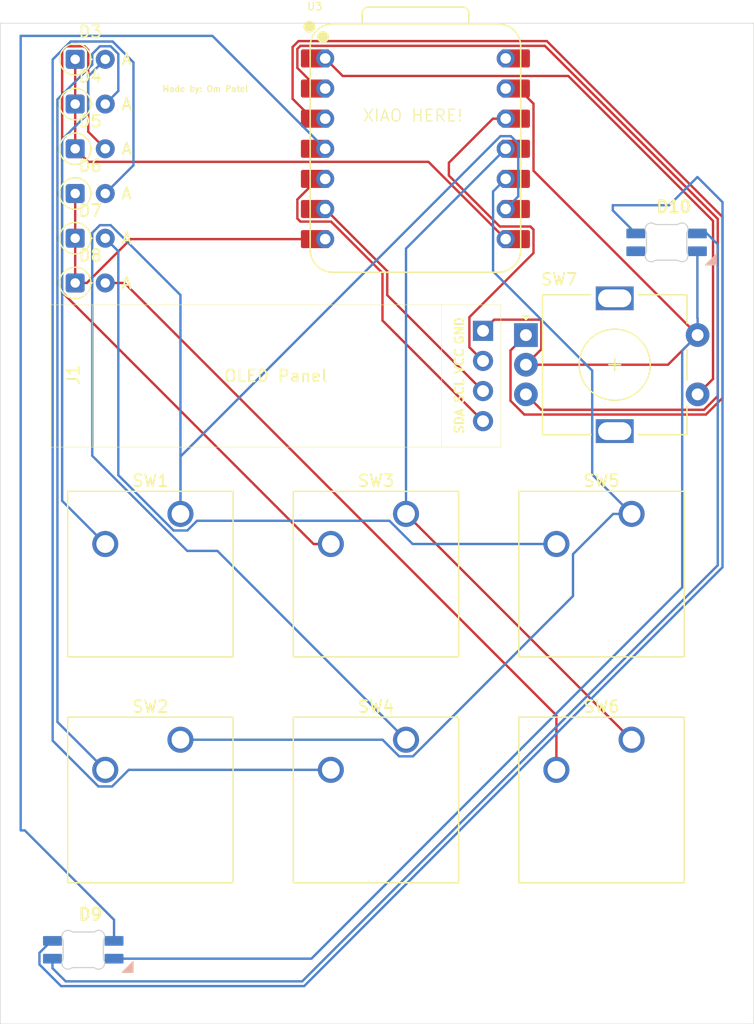
<source format=kicad_pcb>
(kicad_pcb (version 20241229) (generator "pcbnew") (generator_version "9.0")
  (layers (0 "F.Cu" signal) (2 "B.Cu" signal) (13 "F.Paste" user) (15 "B.Paste" user) (5 "F.SilkS" user "F.Silkscreen") (7 "B.SilkS" user "B.Silkscreen") (1 "F.Mask" user) (3 "B.Mask" user) (25 "Edge.Cuts" user))
  (net 0 "")
  (net 1 "+5V")
  (net 2 "GND")
  (net 3 "Net-(D3-A)")
  (net 4 "Net-(D4-A)")
  (net 5 "Net-(D5-A)")
  (net 6 "Net-(D6-A)")
  (net 7 "Net-(D7-A)")
  (net 8 "Net-(D8-A)")
  (net 9 "Row 2")
  (net 10 "Row 1")
  (net 11 "LED")
  (net 12 "Net-(D10-DIN)")
  (net 13 "Net-(D10-VDD)")
  (net 15 "SCL")
  (net 16 "+3V3")
  (net 17 "SDA")
  (net 18 "Column 1")
  (net 19 "Column 2")
  (net 20 "Column 3")
  (net 21 "S1")
  (net 22 "B")
  (net 23 "A")
  (footprint "Button_Switch_Keyboard:SW_Cherry_MX_1.00u_PCB" (layer "F.Cu") (at 153.9875 92.71)
    (property "Reference" "SW6" (at -2.54 -2.794 0) (layer "F.SilkS"))
    (property "Value" "SW_Push")
    (fp_line (start -9.525 -1.905) (end 4.445 -1.905) (stroke (width 0.12)) (layer "F.SilkS"))
    (fp_line (start -9.525 12.065) (end -9.525 -1.905) (stroke (width 0.12)) (layer "F.SilkS"))
    (fp_line (start 4.445 -1.905) (end 4.445 12.065) (stroke (width 0.12)) (layer "F.SilkS"))
    (fp_line (start 4.445 12.065) (end -9.525 12.065) (stroke (width 0.12)) (layer "F.SilkS"))
    (pad "" np_thru_hole circle (at -7.62 5.08) (size 1.7 1.7) (drill 1.7) (layers "*.Cu" "*.Mask"))
    (pad "" np_thru_hole circle (at -2.54 5.08) (size 4 4) (drill 4) (layers "*.Cu" "*.Mask"))
    (pad "" np_thru_hole circle (at 2.54 5.08) (size 1.7 1.7) (drill 1.7) (layers "*.Cu" "*.Mask"))
    (pad "1" thru_hole circle (at 0 0) (size 2.2 2.2) (drill 1.5) (layers "*.Cu" "*.Mask") (net 20 "Column 3"))
    (pad "2" thru_hole circle (at -6.35 2.54) (size 2.2 2.2) (drill 1.5) (layers "*.Cu" "*.Mask") (net 8 "Net-(D8-A)"))
  )
  (footprint "Seeed Studio XIAO Series Library:XIAO-RP2040-DIP" (layer "F.Cu") (at 135.73125 42.8625)
    (property "Reference" "U3" (at -8.5 -12 0) (layer "F.SilkS") (effects (font (size 0.635 0.635) (thickness 0.1016))))
    (property "Value" "MOUDLE-SEEEDUINO-XIAO")
    (fp_line (start -8.89 8.509) (end -8.89 -8.636) (stroke (width 0.127)) (layer "F.SilkS"))
    (fp_line (start -6.985 10.414) (end 6.985 10.414) (stroke (width 0.127)) (layer "F.SilkS"))
    (fp_line (start -4.495 -10.541) (end -4.491272 -11.451272) (stroke (width 0.127)) (layer "F.SilkS"))
    (fp_line (start -3.991272 -11.951) (end 4.004 -11.951) (stroke (width 0.127)) (layer "F.SilkS"))
    (fp_line (start 4.504 -11.451) (end 4.504 -10.541) (stroke (width 0.127)) (layer "F.SilkS"))
    (fp_line (start 6.985 -10.541) (end -6.985 -10.541) (stroke (width 0.1)) (layer "F.SilkS"))
    (fp_line (start 6.985 -10.541) (end -6.985 -10.541) (stroke (width 0.127)) (layer "F.SilkS"))
    (fp_line (start 8.89 8.509) (end 8.89 -8.636) (stroke (width 0.127)) (layer "F.SilkS"))
    (fp_arc (start -8.89 -8.636) (mid -8.332038 -9.983038) (end -6.985 -10.541) (stroke (width 0.127)) (layer "F.SilkS"))
    (fp_arc (start -6.985 10.414) (mid -8.332038 9.856038) (end -8.89 8.509) (stroke (width 0.127)) (layer "F.SilkS"))
    (fp_arc (start -4.491272 -11.451272) (mid -4.344728 -11.80464) (end -3.991272 -11.951) (stroke (width 0.127)) (layer "F.SilkS"))
    (fp_arc (start 4.004 -11.951) (mid 4.357553 -11.804553) (end 4.504 -11.451) (stroke (width 0.127)) (layer "F.SilkS"))
    (fp_arc (start 6.985 -10.541) (mid 8.332038 -9.983038) (end 8.89 -8.636) (stroke (width 0.127)) (layer "F.SilkS"))
    (fp_arc (start 8.89 8.509) (mid 8.332038 9.856038) (end 6.985 10.414) (stroke (width 0.127)) (layer "F.SilkS"))
    (fp_circle (center -8.95 -10.3) (end -8.95 -10.554) (stroke (width 0.5)) (fill yes) (layer "F.SilkS"))
    (fp_circle (center -7.807 -9.42) (end -7.807 -9.674) (stroke (width 0.5)) (fill yes) (layer "F.SilkS"))
    (pad "1" smd roundrect (at -8.455 -7.62 180) (size 2.432 1.524) (layers "F.Cu" "F.Mask") (roundrect_rratio 0.1) (net 21 "S1"))
    (pad "1" thru_hole circle (at -7.62 -7.62 180) (size 1.524 1.524) (drill 0.889) (layers "*.Cu" "*.Mask") (net 21 "S1"))
    (pad "2" smd roundrect (at -8.455 -5.08 180) (size 2.432 1.524) (layers "F.Cu" "F.Mask") (roundrect_rratio 0.1) (net 22 "B"))
    (pad "2" thru_hole circle (at -7.62 -5.08 180) (size 1.524 1.524) (drill 0.889) (layers "*.Cu" "*.Mask") (net 22 "B"))
    (pad "3" smd roundrect (at -8.455 -2.54 180) (size 2.432 1.524) (layers "F.Cu" "F.Mask") (roundrect_rratio 0.1) (net 23 "A"))
    (pad "3" thru_hole circle (at -7.62 -2.54 180) (size 1.524 1.524) (drill 0.889) (layers "*.Cu" "*.Mask") (net 23 "A"))
    (pad "4" smd roundrect (at -8.455 0 180) (size 2.432 1.524) (layers "F.Cu" "F.Mask") (roundrect_rratio 0.1) (net 11 "LED"))
    (pad "4" thru_hole circle (at -7.62 0 180) (size 1.524 1.524) (drill 0.889) (layers "*.Cu" "*.Mask") (net 11 "LED"))
    (pad "5" smd roundrect (at -8.455 2.54 180) (size 2.432 1.524) (layers "F.Cu" "F.Mask") (roundrect_rratio 0.1) (net 17 "SDA"))
    (pad "5" thru_hole circle (at -7.62 2.54 180) (size 1.524 1.524) (drill 0.889) (layers "*.Cu" "*.Mask") (net 17 "SDA"))
    (pad "6" smd roundrect (at -8.455 5.08 180) (size 2.432 1.524) (layers "F.Cu" "F.Mask") (roundrect_rratio 0.1) (net 15 "SCL"))
    (pad "6" thru_hole circle (at -7.62 5.08 180) (size 1.524 1.524) (drill 0.889) (layers "*.Cu" "*.Mask") (net 15 "SCL"))
    (pad "7" smd roundrect (at -8.455 7.62 180) (size 2.432 1.524) (layers "F.Cu" "F.Mask") (roundrect_rratio 0.1) (net 10 "Row 1"))
    (pad "7" thru_hole circle (at -7.62 7.62 180) (size 1.524 1.524) (drill 0.889) (layers "*.Cu" "*.Mask") (net 10 "Row 1"))
    (pad "8" thru_hole circle (at 7.62 7.62) (size 1.524 1.524) (drill 0.889) (layers "*.Cu" "*.Mask") (net 9 "Row 2"))
    (pad "8" smd roundrect (at 8.455 7.62) (size 2.432 1.524) (layers "F.Cu" "F.Mask") (roundrect_rratio 0.1) (net 9 "Row 2"))
    (pad "9" thru_hole circle (at 7.62 5.08) (size 1.524 1.524) (drill 0.889) (layers "*.Cu" "*.Mask") (net 18 "Column 1"))
    (pad "9" smd roundrect (at 8.455 5.08) (size 2.432 1.524) (layers "F.Cu" "F.Mask") (roundrect_rratio 0.1) (net 18 "Column 1"))
    (pad "10" thru_hole circle (at 7.62 2.54) (size 1.524 1.524) (drill 0.889) (layers "*.Cu" "*.Mask") (net 19 "Column 2"))
    (pad "10" smd roundrect (at 8.455 2.54) (size 2.432 1.524) (layers "F.Cu" "F.Mask") (roundrect_rratio 0.1) (net 19 "Column 2"))
    (pad "11" thru_hole circle (at 7.62 0) (size 1.524 1.524) (drill 0.889) (layers "*.Cu" "*.Mask") (net 20 "Column 3"))
    (pad "11" smd roundrect (at 8.455 0) (size 2.432 1.524) (layers "F.Cu" "F.Mask") (roundrect_rratio 0.1) (net 20 "Column 3"))
    (pad "12" thru_hole circle (at 7.62 -2.54) (size 1.524 1.524) (drill 0.889) (layers "*.Cu" "*.Mask") (net 16 "+3V3"))
    (pad "12" smd roundrect (at 8.455 -2.54) (size 2.432 1.524) (layers "F.Cu" "F.Mask") (roundrect_rratio 0.1) (net 16 "+3V3"))
    (pad "13" thru_hole circle (at 7.62 -5.08) (size 1.524 1.524) (drill 0.889) (layers "*.Cu" "*.Mask") (net 2 "GND"))
    (pad "13" smd roundrect (at 8.455 -5.08) (size 2.432 1.524) (layers "F.Cu" "F.Mask") (roundrect_rratio 0.1) (net 2 "GND"))
    (pad "14" thru_hole circle (at 7.62 -7.62) (size 1.524 1.524) (drill 0.889) (layers "*.Cu" "*.Mask") (net 1 "+5V"))
    (pad "14" smd roundrect (at 8.455 -7.62) (size 2.432 1.524) (layers "F.Cu" "F.Mask") (roundrect_rratio 0.1) (net 1 "+5V"))
  )
  (footprint "Button_Switch_Keyboard:SW_Cherry_MX_1.00u_PCB" (layer "F.Cu") (at 115.8875 73.66)
    (property "Reference" "SW1" (at -2.54 -2.794 0) (layer "F.SilkS"))
    (property "Value" "SW_Push")
    (fp_line (start -9.525 -1.905) (end 4.445 -1.905) (stroke (width 0.12)) (layer "F.SilkS"))
    (fp_line (start -9.525 12.065) (end -9.525 -1.905) (stroke (width 0.12)) (layer "F.SilkS"))
    (fp_line (start 4.445 -1.905) (end 4.445 12.065) (stroke (width 0.12)) (layer "F.SilkS"))
    (fp_line (start 4.445 12.065) (end -9.525 12.065) (stroke (width 0.12)) (layer "F.SilkS"))
    (pad "" np_thru_hole circle (at -7.62 5.08) (size 1.7 1.7) (drill 1.7) (layers "*.Cu" "*.Mask"))
    (pad "" np_thru_hole circle (at -2.54 5.08) (size 4 4) (drill 4) (layers "*.Cu" "*.Mask"))
    (pad "" np_thru_hole circle (at 2.54 5.08) (size 1.7 1.7) (drill 1.7) (layers "*.Cu" "*.Mask"))
    (pad "1" thru_hole circle (at 0 0) (size 2.2 2.2) (drill 1.5) (layers "*.Cu" "*.Mask") (net 18 "Column 1"))
    (pad "2" thru_hole circle (at -6.35 2.54) (size 2.2 2.2) (drill 1.5) (layers "*.Cu" "*.Mask") (net 3 "Net-(D3-A)"))
  )
  (footprint "Diode_THT:D_DO-35_SOD27_P2.54mm_Vertical_AnodeUp" (layer "F.Cu") (at 106.9975 42.8625)
    (property "Reference" "D5" (at 1.27 -2.326371 0) (layer "F.SilkS"))
    (property "Value" "1N4148WT")
    (fp_line (start 1.326371 0) (end 1.44 0) (stroke (width 0.12)) (layer "F.SilkS"))
    (fp_circle (center 0 0) (end 1.326371 0) (stroke (width 0.12)) (fill no) (layer "F.SilkS"))
    (fp_text user "A" (at 4.34 0 0) (layer "F.SilkS"))
    (pad "1" thru_hole roundrect (at 0 0) (size 1.6 1.6) (drill 0.8) (layers "*.Cu" "*.Mask") (roundrect_rratio 0.15625) (net 9 "Row 2"))
    (pad "2" thru_hole circle (at 2.54 0) (size 1.6 1.6) (drill 0.8) (layers "*.Cu" "*.Mask") (net 5 "Net-(D5-A)"))
  )
  (footprint "Diode_THT:D_DO-35_SOD27_P2.54mm_Vertical_AnodeUp" (layer "F.Cu") (at 106.9975 50.407984)
    (property "Reference" "D7" (at 1.27 -2.326371 0) (layer "F.SilkS"))
    (property "Value" "1N4148WT")
    (fp_line (start 1.326371 0) (end 1.44 0) (stroke (width 0.12)) (layer "F.SilkS"))
    (fp_circle (center 0 0) (end 1.326371 0) (stroke (width 0.12)) (fill no) (layer "F.SilkS"))
    (fp_text user "A" (at 4.34 0 0) (layer "F.SilkS"))
    (pad "1" thru_hole roundrect (at 0 0) (size 1.6 1.6) (drill 0.8) (layers "*.Cu" "*.Mask") (roundrect_rratio 0.15625) (net 10 "Row 1"))
    (pad "2" thru_hole circle (at 2.54 0) (size 1.6 1.6) (drill 0.8) (layers "*.Cu" "*.Mask") (net 7 "Net-(D7-A)"))
  )
  (footprint "Button_Switch_Keyboard:SW_Cherry_MX_1.00u_PCB" (layer "F.Cu") (at 115.8875 92.71)
    (property "Reference" "SW2" (at -2.54 -2.794 0) (layer "F.SilkS"))
    (property "Value" "SW_Push")
    (fp_line (start -9.525 -1.905) (end 4.445 -1.905) (stroke (width 0.12)) (layer "F.SilkS"))
    (fp_line (start -9.525 12.065) (end -9.525 -1.905) (stroke (width 0.12)) (layer "F.SilkS"))
    (fp_line (start 4.445 -1.905) (end 4.445 12.065) (stroke (width 0.12)) (layer "F.SilkS"))
    (fp_line (start 4.445 12.065) (end -9.525 12.065) (stroke (width 0.12)) (layer "F.SilkS"))
    (pad "" np_thru_hole circle (at -7.62 5.08) (size 1.7 1.7) (drill 1.7) (layers "*.Cu" "*.Mask"))
    (pad "" np_thru_hole circle (at -2.54 5.08) (size 4 4) (drill 4) (layers "*.Cu" "*.Mask"))
    (pad "" np_thru_hole circle (at 2.54 5.08) (size 1.7 1.7) (drill 1.7) (layers "*.Cu" "*.Mask"))
    (pad "1" thru_hole circle (at 0 0) (size 2.2 2.2) (drill 1.5) (layers "*.Cu" "*.Mask") (net 19 "Column 2"))
    (pad "2" thru_hole circle (at -6.35 2.54) (size 2.2 2.2) (drill 1.5) (layers "*.Cu" "*.Mask") (net 4 "Net-(D4-A)"))
  )
  (footprint "Diode_THT:D_DO-35_SOD27_P2.54mm_Vertical_AnodeUp" (layer "F.Cu") (at 106.9975 54.180726)
    (property "Reference" "D8" (at 1.27 -2.326371 0) (layer "F.SilkS"))
    (property "Value" "1N4148WT")
    (fp_line (start 1.326371 0) (end 1.44 0) (stroke (width 0.12)) (layer "F.SilkS"))
    (fp_circle (center 0 0) (end 1.326371 0) (stroke (width 0.12)) (fill no) (layer "F.SilkS"))
    (fp_text user "A" (at 4.34 0 0) (layer "F.SilkS"))
    (pad "1" thru_hole roundrect (at 0 0) (size 1.6 1.6) (drill 0.8) (layers "*.Cu" "*.Mask") (roundrect_rratio 0.15625) (net 10 "Row 1"))
    (pad "2" thru_hole circle (at 2.54 0) (size 1.6 1.6) (drill 0.8) (layers "*.Cu" "*.Mask") (net 8 "Net-(D8-A)"))
  )
  (footprint "Diode_THT:D_DO-35_SOD27_P2.54mm_Vertical_AnodeUp" (layer "F.Cu") (at 106.9975 46.635242)
    (property "Reference" "D6" (at 1.27 -2.326371 0) (layer "F.SilkS"))
    (property "Value" "1N4148WT")
    (fp_line (start 1.326371 0) (end 1.44 0) (stroke (width 0.12)) (layer "F.SilkS"))
    (fp_circle (center 0 0) (end 1.326371 0) (stroke (width 0.12)) (fill no) (layer "F.SilkS"))
    (fp_text user "A" (at 4.34 0 0) (layer "F.SilkS"))
    (pad "1" thru_hole roundrect (at 0 0) (size 1.6 1.6) (drill 0.8) (layers "*.Cu" "*.Mask") (roundrect_rratio 0.15625) (net 10 "Row 1"))
    (pad "2" thru_hole circle (at 2.54 0) (size 1.6 1.6) (drill 0.8) (layers "*.Cu" "*.Mask") (net 6 "Net-(D6-A)"))
  )
  (footprint "LED_not:SK6812MINI-E_fixed" (layer "F.Cu") (at 156.943749 50.859092)
    (property "Reference" "D10" (at 0.6 -3.1 0) (layer "F.SilkS") (effects (font (thickness 0.2) (bold yes))))
    (property "Value" "SK6812MINI-E")
    (fp_poly (pts (xy 4.200001 0.897158) (xy 3.300001 1.797158) (xy 4.200001 1.797158)) (stroke (width 0.1)) (fill yes) (layer "B.SilkS"))
    (fp_line (start -1.699998 0.6) (end -1.699998 -0.805684) (stroke (width 0.1)) (layer "Edge.Cuts"))
    (fp_line (start -0.794451 -1.602841) (end 0.794454 -1.602841) (stroke (width 0.1)) (layer "Edge.Cuts"))
    (fp_line (start 0.794453 1.397158) (end -0.794451 1.397158) (stroke (width 0.1)) (layer "Edge.Cuts"))
    (fp_line (start 1.7 -0.805684) (end 1.7 0.6) (stroke (width 0.1)) (layer "Edge.Cuts"))
    (fp_arc (start -1.749483 -1.022562) (mid -1.712526 -0.91691) (end -1.699998 -0.805684) (stroke (width 0.1)) (layer "Edge.Cuts"))
    (fp_arc (start -1.749483 -1.022562) (mid -1.63807 -1.606877) (end -1.04671 -1.671141) (stroke (width 0.1)) (layer "Edge.Cuts"))
    (fp_arc (start -1.699998 0.600001) (mid -1.712526 0.711226) (end -1.749483 0.816878) (stroke (width 0.1)) (layer "Edge.Cuts"))
    (fp_arc (start -1.04671 1.465455) (mid -1.638069 1.401192) (end -1.749483 0.816878) (stroke (width 0.1)) (layer "Edge.Cuts"))
    (fp_arc (start -1.046709 1.465457) (mid -0.925121 1.414535) (end -0.794451 1.397158) (stroke (width 0.1)) (layer "Edge.Cuts"))
    (fp_arc (start -0.794452 -1.602842) (mid -0.925122 -1.620219) (end -1.04671 -1.671141) (stroke (width 0.1)) (layer "Edge.Cuts"))
    (fp_arc (start 0.794453 1.397158) (mid 0.925124 1.414535) (end 1.046712 1.465457) (stroke (width 0.1)) (layer "Edge.Cuts"))
    (fp_arc (start 1.046712 -1.67114) (mid 0.925124 -1.620218) (end 0.794454 -1.602841) (stroke (width 0.1)) (layer "Edge.Cuts"))
    (fp_arc (start 1.046712 -1.67114) (mid 1.638072 -1.606876) (end 1.749485 -1.022562) (stroke (width 0.1)) (layer "Edge.Cuts"))
    (fp_arc (start 1.7 -0.805685) (mid 1.712528 -0.91691) (end 1.749485 -1.022562) (stroke (width 0.1)) (layer "Edge.Cuts"))
    (fp_arc (start 1.749485 0.816877) (mid 1.638073 1.401193) (end 1.046712 1.465457) (stroke (width 0.1)) (layer "Edge.Cuts"))
    (fp_arc (start 1.749485 0.816878) (mid 1.712528 0.711226) (end 1.7 0.6) (stroke (width 0.1)) (layer "Edge.Cuts"))
    (pad "1" smd roundrect (at -2.599999 -0.852842 270) (size 0.82 1.6) (layers "B.Cu" "B.Mask" "B.Paste") (roundrect_rratio 0.1) (net 13 "Net-(D10-VDD)"))
    (pad "2" smd roundrect (at -2.599999 0.647158 270) (size 0.82 1.6) (layers "B.Cu" "B.Mask" "B.Paste") (roundrect_rratio 0.1))
    (pad "3" smd roundrect (at 2.600001 0.647158 270) (size 0.82 1.6) (layers "B.Cu" "B.Mask" "B.Paste") (roundrect_rratio 0.1) (net 2 "GND"))
    (pad "4" smd roundrect (at 2.600001 -0.852842 270) (size 0.82 1.6) (layers "B.Cu" "B.Mask" "B.Paste") (roundrect_rratio 0.1) (net 12 "Net-(D10-DIN)"))
  )
  (footprint "Button_Switch_Keyboard:SW_Cherry_MX_1.00u_PCB" (layer "F.Cu") (at 134.9375 73.66)
    (property "Reference" "SW3" (at -2.54 -2.794 0) (layer "F.SilkS"))
    (property "Value" "SW_Push")
    (fp_line (start -9.525 -1.905) (end 4.445 -1.905) (stroke (width 0.12)) (layer "F.SilkS"))
    (fp_line (start -9.525 12.065) (end -9.525 -1.905) (stroke (width 0.12)) (layer "F.SilkS"))
    (fp_line (start 4.445 -1.905) (end 4.445 12.065) (stroke (width 0.12)) (layer "F.SilkS"))
    (fp_line (start 4.445 12.065) (end -9.525 12.065) (stroke (width 0.12)) (layer "F.SilkS"))
    (pad "" np_thru_hole circle (at -7.62 5.08) (size 1.7 1.7) (drill 1.7) (layers "*.Cu" "*.Mask"))
    (pad "" np_thru_hole circle (at -2.54 5.08) (size 4 4) (drill 4) (layers "*.Cu" "*.Mask"))
    (pad "" np_thru_hole circle (at 2.54 5.08) (size 1.7 1.7) (drill 1.7) (layers "*.Cu" "*.Mask"))
    (pad "1" thru_hole circle (at 0 0) (size 2.2 2.2) (drill 1.5) (layers "*.Cu" "*.Mask") (net 20 "Column 3"))
    (pad "2" thru_hole circle (at -6.35 2.54) (size 2.2 2.2) (drill 1.5) (layers "*.Cu" "*.Mask") (net 5 "Net-(D5-A)"))
  )
  (footprint "ssd1306:SSD1306-0.91-OLED-4pin-128x32 (2)" (layer "F.Cu") (at 104.94 56.0275)
    (property "Reference" "J1" (at 1.9 5.91 90) (layer "F.SilkS"))
    (property "Value" "Conn_01x04")
    (fp_line (start 0 0) (end 0 12) (stroke (width 0.04)) (layer "F.SilkS"))
    (fp_line (start 0 12) (end 38 12) (stroke (width 0.04)) (layer "F.SilkS"))
    (fp_line (start 3.5 0) (end 3.5 12) (stroke (width 0.04)) (layer "F.SilkS"))
    (fp_line (start 33 0) (end 33 12) (stroke (width 0.04)) (layer "F.SilkS"))
    (fp_line (start 38 0) (end 0 0) (stroke (width 0.04)) (layer "F.SilkS"))
    (fp_line (start 38 12) (end 38 0) (stroke (width 0.04)) (layer "F.SilkS"))
    (fp_text user "OLED Panel" (at 19 6 0) (layer "F.SilkS"))
    (fp_text user "VCC" (at 34.5 4.73 270) (layer "F.SilkS") (effects (font (size 0.75 0.75))))
    (fp_text user "SDA" (at 34.5 9.81 270) (layer "F.SilkS") (effects (font (size 0.75 0.75))))
    (fp_text user "GND" (at 34.5 2.19 270) (layer "F.SilkS") (effects (font (size 0.75 0.75))))
    (fp_text user "SCL" (at 34.5 7.27 270) (layer "F.SilkS") (effects (font (size 0.75 0.75))))
    (pad "1" thru_hole rect (at 36.5 2.19) (size 1.7 1.7) (drill 1) (layers "*.Cu" "*.Mask") (net 2 "GND"))
    (pad "2" thru_hole oval (at 36.5 4.73) (size 1.7 1.7) (drill 1) (layers "*.Cu" "*.Mask") (net 16 "+3V3"))
    (pad "3" thru_hole oval (at 36.5 7.27) (size 1.7 1.7) (drill 1) (layers "*.Cu" "*.Mask") (net 15 "SCL"))
    (pad "4" thru_hole oval (at 36.5 9.81) (size 1.7 1.7) (drill 1) (layers "*.Cu" "*.Mask") (net 17 "SDA"))
  )
  (footprint "Rotary_Encoder:RotaryEncoder_Alps_EC11E-Switch_Vertical_H20mm" (layer "F.Cu") (at 145.062488 58.577414)
    (property "Reference" "SW7" (at 2.8 -4.7 0) (layer "F.SilkS"))
    (property "Value" "RotaryEncoder_Switch")
    (fp_line (start -0.3 -1.6) (end 0.3 -1.6) (stroke (width 0.12)) (layer "F.SilkS"))
    (fp_line (start 0 -1.3) (end -0.3 -1.6) (stroke (width 0.12)) (layer "F.SilkS"))
    (fp_line (start 0.3 -1.6) (end 0 -1.3) (stroke (width 0.12)) (layer "F.SilkS"))
    (fp_line (start 1.4 -3.4) (end 1.4 8.4) (stroke (width 0.12)) (layer "F.SilkS"))
    (fp_line (start 5.5 -3.4) (end 1.4 -3.4) (stroke (width 0.12)) (layer "F.SilkS"))
    (fp_line (start 5.5 8.4) (end 1.4 8.4) (stroke (width 0.12)) (layer "F.SilkS"))
    (fp_line (start 7 2.5) (end 8 2.5) (stroke (width 0.12)) (layer "F.SilkS"))
    (fp_line (start 7.5 2) (end 7.5 3) (stroke (width 0.12)) (layer "F.SilkS"))
    (fp_line (start 9.5 -3.4) (end 13.6 -3.4) (stroke (width 0.12)) (layer "F.SilkS"))
    (fp_line (start 13.6 -3.4) (end 13.6 -1) (stroke (width 0.12)) (layer "F.SilkS"))
    (fp_line (start 13.6 1.2) (end 13.6 3.8) (stroke (width 0.12)) (layer "F.SilkS"))
    (fp_line (start 13.6 6) (end 13.6 8.4) (stroke (width 0.12)) (layer "F.SilkS"))
    (fp_line (start 13.6 8.4) (end 9.5 8.4) (stroke (width 0.12)) (layer "F.SilkS"))
    (fp_circle (center 7.5 2.5) (end 10.5 2.5) (stroke (width 0.12)) (fill no) (layer "F.SilkS"))
    (pad "A" thru_hole rect (at 0 0) (size 2 2) (drill 1) (layers "*.Cu" "*.Mask") (net 23 "A"))
    (pad "B" thru_hole circle (at 0 5) (size 2 2) (drill 1) (layers "*.Cu" "*.Mask") (net 22 "B"))
    (pad "C" thru_hole circle (at 0 2.5) (size 2 2) (drill 1) (layers "*.Cu" "*.Mask") (net 2 "GND"))
    (pad "MP" thru_hole rect (at 7.5 -3.1) (size 3.2 2) (drill oval 2.8 1.5) (layers "*.Cu" "*.Mask"))
    (pad "MP" thru_hole rect (at 7.5 8.1) (size 3.2 2) (drill oval 2.8 1.5) (layers "*.Cu" "*.Mask"))
    (pad "S1" thru_hole circle (at 14.5 5) (size 2 2) (drill 1) (layers "*.Cu" "*.Mask") (net 21 "S1"))
    (pad "S2" thru_hole circle (at 14.5 0) (size 2 2) (drill 1) (layers "*.Cu" "*.Mask") (net 2 "GND"))
  )
  (footprint "LED_not:SK6812MINI-E_fixed" (layer "F.Cu") (at 107.679267 110.530539)
    (property "Reference" "D9" (at 0.6 -3.1 0) (layer "F.SilkS") (effects (font (thickness 0.2) (bold yes))))
    (property "Value" "SK6812MINI-E")
    (fp_poly (pts (xy 4.200001 0.897158) (xy 3.300001 1.797158) (xy 4.200001 1.797158)) (stroke (width 0.1)) (fill yes) (layer "B.SilkS"))
    (fp_line (start -1.699998 0.6) (end -1.699998 -0.805684) (stroke (width 0.1)) (layer "Edge.Cuts"))
    (fp_line (start -0.794451 -1.602841) (end 0.794454 -1.602841) (stroke (width 0.1)) (layer "Edge.Cuts"))
    (fp_line (start 0.794453 1.397158) (end -0.794451 1.397158) (stroke (width 0.1)) (layer "Edge.Cuts"))
    (fp_line (start 1.7 -0.805684) (end 1.7 0.6) (stroke (width 0.1)) (layer "Edge.Cuts"))
    (fp_arc (start -1.749483 -1.022562) (mid -1.712526 -0.91691) (end -1.699998 -0.805684) (stroke (width 0.1)) (layer "Edge.Cuts"))
    (fp_arc (start -1.749483 -1.022562) (mid -1.63807 -1.606877) (end -1.04671 -1.671141) (stroke (width 0.1)) (layer "Edge.Cuts"))
    (fp_arc (start -1.699998 0.600001) (mid -1.712526 0.711226) (end -1.749483 0.816878) (stroke (width 0.1)) (layer "Edge.Cuts"))
    (fp_arc (start -1.04671 1.465455) (mid -1.638069 1.401192) (end -1.749483 0.816878) (stroke (width 0.1)) (layer "Edge.Cuts"))
    (fp_arc (start -1.046709 1.465457) (mid -0.925121 1.414535) (end -0.794451 1.397158) (stroke (width 0.1)) (layer "Edge.Cuts"))
    (fp_arc (start -0.794452 -1.602842) (mid -0.925122 -1.620219) (end -1.04671 -1.671141) (stroke (width 0.1)) (layer "Edge.Cuts"))
    (fp_arc (start 0.794453 1.397158) (mid 0.925124 1.414535) (end 1.046712 1.465457) (stroke (width 0.1)) (layer "Edge.Cuts"))
    (fp_arc (start 1.046712 -1.67114) (mid 0.925124 -1.620218) (end 0.794454 -1.602841) (stroke (width 0.1)) (layer "Edge.Cuts"))
    (fp_arc (start 1.046712 -1.67114) (mid 1.638072 -1.606876) (end 1.749485 -1.022562) (stroke (width 0.1)) (layer "Edge.Cuts"))
    (fp_arc (start 1.7 -0.805685) (mid 1.712528 -0.91691) (end 1.749485 -1.022562) (stroke (width 0.1)) (layer "Edge.Cuts"))
    (fp_arc (start 1.749485 0.816877) (mid 1.638073 1.401193) (end 1.046712 1.465457) (stroke (width 0.1)) (layer "Edge.Cuts"))
    (fp_arc (start 1.749485 0.816878) (mid 1.712528 0.711226) (end 1.7 0.6) (stroke (width 0.1)) (layer "Edge.Cuts"))
    (pad "1" smd roundrect (at -2.599999 -0.852842 270) (size 0.82 1.6) (layers "B.Cu" "B.Mask" "B.Paste") (roundrect_rratio 0.1) (net 13 "Net-(D10-VDD)"))
    (pad "2" smd roundrect (at -2.599999 0.647158 270) (size 0.82 1.6) (layers "B.Cu" "B.Mask" "B.Paste") (roundrect_rratio 0.1) (net 12 "Net-(D10-DIN)"))
    (pad "3" smd roundrect (at 2.600001 0.647158 270) (size 0.82 1.6) (layers "B.Cu" "B.Mask" "B.Paste") (roundrect_rratio 0.1) (net 2 "GND"))
    (pad "4" smd roundrect (at 2.600001 -0.852842 270) (size 0.82 1.6) (layers "B.Cu" "B.Mask" "B.Paste") (roundrect_rratio 0.1) (net 11 "LED"))
  )
  (footprint "Button_Switch_Keyboard:SW_Cherry_MX_1.00u_PCB" (layer "F.Cu") (at 153.9875 73.66)
    (property "Reference" "SW5" (at -2.54 -2.794 0) (layer "F.SilkS"))
    (property "Value" "SW_Push")
    (fp_line (start -9.525 -1.905) (end 4.445 -1.905) (stroke (width 0.12)) (layer "F.SilkS"))
    (fp_line (start -9.525 12.065) (end -9.525 -1.905) (stroke (width 0.12)) (layer "F.SilkS"))
    (fp_line (start 4.445 -1.905) (end 4.445 12.065) (stroke (width 0.12)) (layer "F.SilkS"))
    (fp_line (start 4.445 12.065) (end -9.525 12.065) (stroke (width 0.12)) (layer "F.SilkS"))
    (pad "" np_thru_hole circle (at -7.62 5.08) (size 1.7 1.7) (drill 1.7) (layers "*.Cu" "*.Mask"))
    (pad "" np_thru_hole circle (at -2.54 5.08) (size 4 4) (drill 4) (layers "*.Cu" "*.Mask"))
    (pad "" np_thru_hole circle (at 2.54 5.08) (size 1.7 1.7) (drill 1.7) (layers "*.Cu" "*.Mask"))
    (pad "1" thru_hole circle (at 0 0) (size 2.2 2.2) (drill 1.5) (layers "*.Cu" "*.Mask") (net 19 "Column 2"))
    (pad "2" thru_hole circle (at -6.35 2.54) (size 2.2 2.2) (drill 1.5) (layers "*.Cu" "*.Mask") (net 7 "Net-(D7-A)"))
  )
  (footprint "Button_Switch_Keyboard:SW_Cherry_MX_1.00u_PCB" (layer "F.Cu") (at 134.9375 92.71)
    (property "Reference" "SW4" (at -2.54 -2.794 0) (layer "F.SilkS"))
    (property "Value" "SW_Push")
    (fp_line (start -9.525 -1.905) (end 4.445 -1.905) (stroke (width 0.12)) (layer "F.SilkS"))
    (fp_line (start -9.525 12.065) (end -9.525 -1.905) (stroke (width 0.12)) (layer "F.SilkS"))
    (fp_line (start 4.445 -1.905) (end 4.445 12.065) (stroke (width 0.12)) (layer "F.SilkS"))
    (fp_line (start 4.445 12.065) (end -9.525 12.065) (stroke (width 0.12)) (layer "F.SilkS"))
    (pad "" np_thru_hole circle (at -7.62 5.08) (size 1.7 1.7) (drill 1.7) (layers "*.Cu" "*.Mask"))
    (pad "" np_thru_hole circle (at -2.54 5.08) (size 4 4) (drill 4) (layers "*.Cu" "*.Mask"))
    (pad "" np_thru_hole circle (at 2.54 5.08) (size 1.7 1.7) (drill 1.7) (layers "*.Cu" "*.Mask"))
    (pad "1" thru_hole circle (at 0 0) (size 2.2 2.2) (drill 1.5) (layers "*.Cu" "*.Mask") (net 18 "Column 1"))
    (pad "2" thru_hole circle (at -6.35 2.54) (size 2.2 2.2) (drill 1.5) (layers "*.Cu" "*.Mask") (net 6 "Net-(D6-A)"))
  )
  (footprint "Diode_THT:D_DO-35_SOD27_P2.54mm_Vertical_AnodeUp" (layer "F.Cu") (at 106.9975 35.317016)
    (property "Reference" "D3" (at 1.27 -2.326371 0) (layer "F.SilkS"))
    (property "Value" "1N4148WT")
    (fp_line (start 1.326371 0) (end 1.44 0) (stroke (width 0.12)) (layer "F.SilkS"))
    (fp_circle (center 0 0) (end 1.326371 0) (stroke (width 0.12)) (fill no) (layer "F.SilkS"))
    (fp_text user "A" (at 4.34 0 0) (layer "F.SilkS"))
    (pad "1" thru_hole roundrect (at 0 0) (size 1.6 1.6) (drill 0.8) (layers "*.Cu" "*.Mask") (roundrect_rratio 0.15625) (net 9 "Row 2"))
    (pad "2" thru_hole circle (at 2.54 0) (size 1.6 1.6) (drill 0.8) (layers "*.Cu" "*.Mask") (net 3 "Net-(D3-A)"))
  )
  (footprint "Diode_THT:D_DO-35_SOD27_P2.54mm_Vertical_AnodeUp" (layer "F.Cu") (at 106.9975 39.089758)
    (property "Reference" "D4" (at 1.27 -2.326371 0) (layer "F.SilkS"))
    (property "Value" "1N4148WT")
    (fp_line (start 1.326371 0) (end 1.44 0) (stroke (width 0.12)) (layer "F.SilkS"))
    (fp_circle (center 0 0) (end 1.326371 0) (stroke (width 0.12)) (fill no) (layer "F.SilkS"))
    (fp_text user "A" (at 4.34 0 0) (layer "F.SilkS"))
    (pad "1" thru_hole roundrect (at 0 0) (size 1.6 1.6) (drill 0.8) (layers "*.Cu" "*.Mask") (roundrect_rratio 0.15625) (net 9 "Row 2"))
    (pad "2" thru_hole circle (at 2.54 0) (size 1.6 1.6) (drill 0.8) (layers "*.Cu" "*.Mask") (net 4 "Net-(D4-A)"))
  )
  (gr_rect (start 100.672033 32.266647) (end 164.30625 116.68125) (stroke (width 0.05)) (fill no) (layer "Edge.Cuts"))
  (gr_text "Made by: Om Patel" (at 114.3 38.1 0) (layer "F.SilkS") (effects (font (size 0.5 0.5) (thickness 0.1)) (justify left bottom)))
  (gr_text "XIAO HERE!" (at 131.219172 40.646027 0) (layer "F.SilkS") (effects (font (size 1 1) (thickness 0.1)) (justify left bottom)))
  (segment (start 143.35125 37.7825) (end 144.42888 37.7825) (width 0.2) (layer "F.Cu") (net 2))
  (segment (start 144.42888 37.7825) (end 145.70325 39.05687) (width 0.2) (layer "F.Cu") (net 2))
  (segment (start 145.70325 44.718176) (end 159.562488 58.577414) (width 0.2) (layer "F.Cu") (net 2))
  (segment (start 146.363488 59.776414) (end 145.062488 61.077414) (width 0.2) (layer "F.Cu") (net 2))
  (segment (start 146.363488 57.276414) (end 146.363488 59.776414) (width 0.2) (layer "F.Cu") (net 2))
  (segment (start 145.70325 39.05687) (end 145.70325 44.718176) (width 0.2) (layer "F.Cu") (net 2))
  (segment (start 159.562488 58.577414) (end 157.062488 61.077414) (width 0.2) (layer "F.Cu") (net 2))
  (segment (start 141.44 58.2175) (end 142.381086 57.276414) (width 0.2) (layer "F.Cu") (net 2))
  (segment (start 142.202574 58.2175) (end 141.44 58.2175) (width 0.2) (layer "F.Cu") (net 2))
  (segment (start 142.381086 57.276414) (end 146.363488 57.276414) (width 0.2) (layer "F.Cu") (net 2))
  (segment (start 157.062488 61.077414) (end 145.062488 61.077414) (width 0.2) (layer "F.Cu") (net 2))
  (segment (start 159.54375 57.15) (end 159.54375 51.50625) (width 0.2) (layer "B.Cu") (net 2))
  (segment (start 158.261488 79.863512) (end 158.261488 59.878414) (width 0.2) (layer "B.Cu") (net 2))
  (segment (start 159.562488 57.168738) (end 159.54375 57.15) (width 0.2) (layer "B.Cu") (net 2))
  (segment (start 158.261488 59.878414) (end 159.562488 58.577414) (width 0.2) (layer "B.Cu") (net 2))
  (segment (start 110.279268 111.177697) (end 126.947303 111.177697) (width 0.2) (layer "B.Cu") (net 2))
  (segment (start 159.562488 58.577414) (end 159.562488 57.168738) (width 0.2) (layer "B.Cu") (net 2))
  (segment (start 126.947303 111.177697) (end 158.261488 79.863512) (width 0.2) (layer "B.Cu") (net 2))
  (segment (start 105.8965 72.559) (end 105.8965 42.076918) (width 0.2) (layer "B.Cu") (net 3))
  (segment (start 108.0985 39.874918) (end 108.0985 36.756016) (width 0.2) (layer "B.Cu") (net 3))
  (segment (start 108.0985 36.756016) (end 109.5375 35.317016) (width 0.2) (layer "B.Cu") (net 3))
  (segment (start 109.5375 76.2) (end 105.8965 72.559) (width 0.2) (layer "B.Cu") (net 3))
  (segment (start 105.8965 42.076918) (end 108.0985 39.874918) (width 0.2) (layer "B.Cu") (net 3))
  (segment (start 109.08145 34.216016) (end 109.99355 34.216016) (width 0.2) (layer "B.Cu") (net 4))
  (segment (start 105.4955 91.208) (end 105.4955 38.705598) (width 0.2) (layer "B.Cu") (net 4))
  (segment (start 109.5375 95.25) (end 105.4955 91.208) (width 0.2) (layer "B.Cu") (net 4))
  (segment (start 109.99355 34.216016) (end 110.6385 34.860966) (width 0.2) (layer "B.Cu") (net 4))
  (segment (start 105.4955 38.705598) (end 108.4365 35.764598) (width 0.2) (layer "B.Cu") (net 4))
  (segment (start 108.4365 34.860966) (end 109.08145 34.216016) (width 0.2) (layer "B.Cu") (net 4))
  (segment (start 110.6385 34.860966) (end 110.6385 37.988758) (width 0.2) (layer "B.Cu") (net 4))
  (segment (start 108.4365 35.764598) (end 108.4365 34.860966) (width 0.2) (layer "B.Cu") (net 4))
  (segment (start 110.6385 37.988758) (end 109.5375 39.089758) (width 0.2) (layer "B.Cu") (net 4))
  (segment (start 105.8965 34.531856) (end 106.21234 34.216016) (width 0.2) (layer "F.Cu") (net 5))
  (segment (start 108.0985 41.4235) (end 109.5375 42.8625) (width 0.2) (layer "F.Cu") (net 5))
  (segment (start 107.78266 34.216016) (end 108.0985 34.531856) (width 0.2) (layer "F.Cu") (net 5))
  (segment (start 105.8965 54.965886) (end 105.8965 34.531856) (width 0.2) (layer "F.Cu") (net 5))
  (segment (start 127.130614 76.2) (end 105.8965 54.965886) (width 0.2) (layer "F.Cu") (net 5))
  (segment (start 108.0985 34.531856) (end 108.0985 41.4235) (width 0.2) (layer "F.Cu") (net 5))
  (segment (start 128.5875 76.2) (end 127.130614 76.2) (width 0.2) (layer "F.Cu") (net 5))
  (segment (start 106.21234 34.216016) (end 107.78266 34.216016) (width 0.2) (layer "F.Cu") (net 5))
  (segment (start 105.0945 92.788314) (end 105.0945 35.333856) (width 0.2) (layer "B.Cu") (net 6))
  (segment (start 128.5875 95.25) (end 111.518814 95.25) (width 0.2) (layer "B.Cu") (net 6))
  (segment (start 111.518814 95.25) (end 110.117814 96.651) (width 0.2) (layer "B.Cu") (net 6))
  (segment (start 110.15965 33.815016) (end 111.91875 35.574116) (width 0.2) (layer "B.Cu") (net 6))
  (segment (start 110.117814 96.651) (end 108.957186 96.651) (width 0.2) (layer "B.Cu") (net 6))
  (segment (start 106.61334 33.815016) (end 110.15965 33.815016) (width 0.2) (layer "B.Cu") (net 6))
  (segment (start 111.91875 44.253992) (end 109.5375 46.635242) (width 0.2) (layer "B.Cu") (net 6))
  (segment (start 105.0945 35.333856) (end 106.61334 33.815016) (width 0.2) (layer "B.Cu") (net 6))
  (segment (start 111.91875 35.574116) (end 111.91875 44.253992) (width 0.2) (layer "B.Cu") (net 6))
  (segment (start 108.957186 96.651) (end 105.0945 92.788314) (width 0.2) (layer "B.Cu") (net 6))
  (segment (start 133.5365 74.240314) (end 117.2885 74.240314) (width 0.2) (layer "B.Cu") (net 7))
  (segment (start 115.307186 75.061) (end 110.6385 70.392314) (width 0.2) (layer "B.Cu") (net 7))
  (segment (start 110.6385 51.508984) (end 109.5375 50.407984) (width 0.2) (layer "B.Cu") (net 7))
  (segment (start 110.6385 70.392314) (end 110.6385 51.508984) (width 0.2) (layer "B.Cu") (net 7))
  (segment (start 135.496186 76.2) (end 133.5365 74.240314) (width 0.2) (layer "B.Cu") (net 7))
  (segment (start 147.6375 76.2) (end 135.496186 76.2) (width 0.2) (layer "B.Cu") (net 7))
  (segment (start 117.2885 74.240314) (end 116.467814 75.061) (width 0.2) (layer "B.Cu") (net 7))
  (segment (start 116.467814 75.061) (end 115.307186 75.061) (width 0.2) (layer "B.Cu") (net 7))
  (segment (start 147.6375 90.655184) (end 111.163042 54.180726) (width 0.2) (layer "F.Cu") (net 8))
  (segment (start 111.163042 54.180726) (end 109.5375 54.180726) (width 0.2) (layer "F.Cu") (net 8))
  (segment (start 147.6375 95.25) (end 147.6375 90.655184) (width 0.2) (layer "F.Cu") (net 8))
  (segment (start 106.9975 35.317016) (end 106.9975 42.8625) (width 0.2) (layer "F.Cu") (net 9))
  (segment (start 136.83225 43.9635) (end 108.0985 43.9635) (width 0.2) (layer "F.Cu") (net 9))
  (segment (start 108.0985 43.9635) (end 106.9975 42.8625) (width 0.2) (layer "F.Cu") (net 9))
  (segment (start 143.35125 50.4825) (end 136.83225 43.9635) (width 0.2) (layer "F.Cu") (net 9))
  (segment (start 128.11125 50.4825) (end 111.678676 50.4825) (width 0.2) (layer "F.Cu") (net 10))
  (segment (start 107.98045 54.180726) (end 106.9975 54.180726) (width 0.2) (layer "F.Cu") (net 10))
  (segment (start 111.678676 50.4825) (end 107.98045 54.180726) (width 0.2) (layer "F.Cu") (net 10))
  (segment (start 106.9975 46.635242) (end 106.9975 54.180726) (width 0.2) (layer "F.Cu") (net 10))
  (segment (start 102.39375 100.357715) (end 102.39375 33.3375) (width 0.2) (layer "B.Cu") (net 11))
  (segment (start 110.279268 107.898018) (end 102.738965 100.357715) (width 0.2) (layer "B.Cu") (net 11))
  (segment (start 110.279268 109.677697) (end 110.279268 107.898018) (width 0.2) (layer "B.Cu") (net 11))
  (segment (start 102.39375 33.3375) (end 118.58625 33.3375) (width 0.2) (layer "B.Cu") (net 11))
  (segment (start 102.738965 100.357715) (end 102.39375 100.357715) (width 0.2) (layer "B.Cu") (net 11))
  (segment (start 118.58625 33.3375) (end 128.11125 42.8625) (width 0.2) (layer "B.Cu") (net 11))
  (segment (start 126.167325 113.091875) (end 161.264488 77.994712) (width 0.2) (layer "B.Cu") (net 12))
  (segment (start 161.264488 50.926988) (end 160.34375 50.00625) (width 0.2) (layer "B.Cu") (net 12))
  (segment (start 106.193446 113.091875) (end 126.167325 113.091875) (width 0.2) (layer "B.Cu") (net 12))
  (segment (start 105.079268 111.977697) (end 106.193446 113.091875) (width 0.2) (layer "B.Cu") (net 12))
  (segment (start 161.264488 77.994712) (end 161.264488 50.926988) (width 0.2) (layer "B.Cu") (net 12))
  (segment (start 105.079268 111.177697) (end 105.079268 111.977697) (width 0.2) (layer "B.Cu") (net 12))
  (segment (start 160.34375 50.00625) (end 159.54375 50.00625) (width 0.2) (layer "B.Cu") (net 12))
  (segment (start 103.978268 110.688783) (end 103.978268 111.666611) (width 0.2) (layer "B.Cu") (net 13))
  (segment (start 126.333425 113.492875) (end 161.665488 78.160812) (width 0.2) (layer "B.Cu") (net 13))
  (segment (start 161.665488 78.160812) (end 161.665488 47.365488) (width 0.2) (layer "B.Cu") (net 13))
  (segment (start 105.079268 109.677697) (end 104.989354 109.677697) (width 0.2) (layer "B.Cu") (net 13))
  (segment (start 105.804532 113.492875) (end 126.333425 113.492875) (width 0.2) (layer "B.Cu") (net 13))
  (segment (start 103.978268 111.666611) (end 105.804532 113.492875) (width 0.2) (layer "B.Cu") (net 13))
  (segment (start 159.54375 45.24375) (end 157.1625 47.625) (width 0.2) (layer "B.Cu") (net 13))
  (segment (start 152.4 48.0625) (end 154.34375 50.00625) (width 0.2) (layer "B.Cu") (net 13))
  (segment (start 161.665488 47.365488) (end 159.54375 45.24375) (width 0.2) (layer "B.Cu") (net 13))
  (segment (start 157.1625 47.625) (end 152.4 47.625) (width 0.2) (layer "B.Cu") (net 13))
  (segment (start 152.4 47.625) (end 152.4 48.0625) (width 0.2) (layer "B.Cu") (net 13))
  (segment (start 104.989354 109.677697) (end 103.978268 110.688783) (width 0.2) (layer "B.Cu") (net 13))
  (segment (start 133.35 53.18125) (end 133.35 55.2075) (width 0.2) (layer "F.Cu") (net 15))
  (segment (start 133.35 55.2075) (end 141.44 63.2975) (width 0.2) (layer "F.Cu") (net 15))
  (segment (start 133.35 53.18125) (end 128.11125 47.9425) (width 0.2) (layer "F.Cu") (net 15))
  (segment (start 142.27362 40.3225) (end 138.5548 44.04132) (width 0.2) (layer "F.Cu") (net 16))
  (segment (start 138.5548 44.04132) (end 138.5548 45.11895) (width 0.2) (layer "F.Cu") (net 16))
  (segment (start 143.35125 40.3225) (end 142.27362 40.3225) (width 0.2) (layer "F.Cu") (net 16))
  (segment (start 145.441876 49.4195) (end 145.70325 49.680874) (width 0.2) (layer "F.Cu") (net 16))
  (segment (start 140.289 57.0665) (end 140.289 59.6065) (width 0.2) (layer "F.Cu") (net 16))
  (segment (start 145.70325 49.680874) (end 145.70325 51.65225) (width 0.2) (layer "F.Cu") (net 16))
  (segment (start 138.5548 45.11895) (end 142.85535 49.4195) (width 0.2) (layer "F.Cu") (net 16))
  (segment (start 140.289 59.6065) (end 141.44 60.7575) (width 0.2) (layer "F.Cu") (net 16))
  (segment (start 142.85535 49.4195) (end 145.441876 49.4195) (width 0.2) (layer "F.Cu") (net 16))
  (segment (start 145.70325 51.65225) (end 140.289 57.0665) (width 0.2) (layer "F.Cu") (net 16))
  (segment (start 125.75925 47.140874) (end 125.75925 48.744126) (width 0.2) (layer "F.Cu") (net 17))
  (segment (start 128.11125 45.4025) (end 127.497624 45.4025) (width 0.2) (layer "F.Cu") (net 17))
  (segment (start 127.497624 45.4025) (end 125.75925 47.140874) (width 0.2) (layer "F.Cu") (net 17))
  (segment (start 126.020624 49.0055) (end 128.60715 49.0055) (width 0.2) (layer "F.Cu") (net 17))
  (segment (start 132.949 53.34735) (end 132.949 57.3465) (width 0.2) (layer "F.Cu") (net 17))
  (segment (start 128.60715 49.0055) (end 132.949 53.34735) (width 0.2) (layer "F.Cu") (net 17))
  (segment (start 125.75925 48.744126) (end 126.020624 49.0055) (width 0.2) (layer "F.Cu") (net 17))
  (segment (start 132.949 57.3465) (end 141.44 65.8375) (width 0.2) (layer "F.Cu") (net 17))
  (segment (start 119.007814 76.780314) (end 134.9375 92.71) (width 0.2) (layer "B.Cu") (net 18))
  (segment (start 115.8875 55.200934) (end 109.99355 49.306984) (width 0.2) (layer "B.Cu") (net 18))
  (segment (start 144.41425 46.8795) (end 144.41425 42.42219) (width 0.2) (layer "B.Cu") (net 18))
  (segment (start 142.91094 41.7995) (end 115.8875 68.82294) (width 0.2) (layer "B.Cu") (net 18))
  (segment (start 143.79156 41.7995) (end 142.91094 41.7995) (width 0.2) (layer "B.Cu") (net 18))
  (segment (start 109.08145 49.306984) (end 108.4365 49.951934) (width 0.2) (layer "B.Cu") (net 18))
  (segment (start 143.35125 47.9425) (end 144.41425 46.8795) (width 0.2) (layer "B.Cu") (net 18))
  (segment (start 115.8875 73.66) (end 115.8875 55.200934) (width 0.2) (layer "B.Cu") (net 18))
  (segment (start 109.99355 49.306984) (end 109.08145 49.306984) (width 0.2) (layer "B.Cu") (net 18))
  (segment (start 115.8875 68.82294) (end 115.8875 73.66) (width 0.2) (layer "B.Cu") (net 18))
  (segment (start 108.4365 49.951934) (end 108.4365 68.757414) (width 0.2) (layer "B.Cu") (net 18))
  (segment (start 108.4365 68.757414) (end 116.4594 76.780314) (width 0.2) (layer "B.Cu") (net 18))
  (segment (start 144.41425 42.42219) (end 143.79156 41.7995) (width 0.2) (layer "B.Cu") (net 18))
  (segment (start 116.4594 76.780314) (end 119.007814 76.780314) (width 0.2) (layer "B.Cu") (net 18))
  (segment (start 150.661488 61.574414) (end 150.661488 70.333988) (width 0.2) (layer "B.Cu") (net 19))
  (segment (start 149.0385 80.590314) (end 149.0385 77.053366) (width 0.2) (layer "B.Cu") (net 19))
  (segment (start 142.28825 46.4655) (end 142.28825 53.201176) (width 0.2) (layer "B.Cu") (net 19))
  (segment (start 152.431866 73.66) (end 153.9875 73.66) (width 0.2) (layer "B.Cu") (net 19))
  (segment (start 135.517814 94.111) (end 149.0385 80.590314) (width 0.2) (layer "B.Cu") (net 19))
  (segment (start 150.661488 70.333988) (end 153.9875 73.66) (width 0.2) (layer "B.Cu") (net 19))
  (segment (start 132.956186 92.71) (end 134.357186 94.111) (width 0.2) (layer "B.Cu") (net 19))
  (segment (start 142.28825 53.201176) (end 150.661488 61.574414) (width 0.2) (layer "B.Cu") (net 19))
  (segment (start 149.0385 77.053366) (end 152.431866 73.66) (width 0.2) (layer "B.Cu") (net 19))
  (segment (start 134.357186 94.111) (end 135.517814 94.111) (width 0.2) (layer "B.Cu") (net 19))
  (segment (start 115.8875 92.71) (end 132.956186 92.71) (width 0.2) (layer "B.Cu") (net 19))
  (segment (start 143.35125 45.4025) (end 142.28825 46.4655) (width 0.2) (layer "B.Cu") (net 19))
  (segment (start 153.9875 92.71) (end 134.9375 73.66) (width 0.2) (layer "F.Cu") (net 20))
  (segment (start 143.35125 42.8625) (end 134.9375 51.27625) (width 0.2) (layer "B.Cu") (net 20))
  (segment (start 134.9375 51.27625) (end 134.9375 73.66) (width 0.2) (layer "B.Cu") (net 20))
  (segment (start 128.11125 35.2425) (end 129.58825 36.7195) (width 0.2) (layer "F.Cu") (net 21))
  (segment (start 148.63825 36.7195) (end 160.863488 48.944738) (width 0.2) (layer "F.Cu") (net 21))
  (segment (start 160.863488 48.944738) (end 160.863488 62.276414) (width 0.2) (layer "F.Cu") (net 21))
  (segment (start 160.863488 62.276414) (end 159.562488 63.577414) (width 0.2) (layer "F.Cu") (net 21))
  (segment (start 129.58825 36.7195) (end 148.63825 36.7195) (width 0.2) (layer "F.Cu") (net 21))
  (segment (start 161.264488 48.778638) (end 161.264488 63.715306) (width 0.2) (layer "F.Cu") (net 22))
  (segment (start 128.11125 37.7825) (end 127.497624 37.7825) (width 0.2) (layer "F.Cu") (net 22))
  (segment (start 127.497624 37.7825) (end 125.75925 36.044126) (width 0.2) (layer "F.Cu") (net 22))
  (segment (start 126.020624 34.1795) (end 146.66535 34.1795) (width 0.2) (layer "F.Cu") (net 22))
  (segment (start 161.264488 63.715306) (end 160.10138 64.878414) (width 0.2) (layer "F.Cu") (net 22))
  (segment (start 146.363488 64.878414) (end 145.062488 63.577414) (width 0.2) (layer "F.Cu") (net 22))
  (segment (start 125.75925 34.440874) (end 126.020624 34.1795) (width 0.2) (layer "F.Cu") (net 22))
  (segment (start 160.10138 64.878414) (end 146.363488 64.878414) (width 0.2) (layer "F.Cu") (net 22))
  (segment (start 146.66535 34.1795) (end 161.264488 48.778638) (width 0.2) (layer "F.Cu") (net 22))
  (segment (start 125.75925 36.044126) (end 125.75925 34.440874) (width 0.2) (layer "F.Cu") (net 22))
  (segment (start 127.03362 40.3225) (end 128.11125 40.3225) (width 0.2) (layer "F.Cu") (net 23))
  (segment (start 143.761488 59.878414) (end 143.761488 64.116306) (width 0.2) (layer "F.Cu") (net 23))
  (segment (start 160.26748 65.279414) (end 161.665488 63.881406) (width 0.2) (layer "F.Cu") (net 23))
  (segment (start 146.83145 33.7785) (end 125.854524 33.7785) (width 0.2) (layer "F.Cu") (net 23))
  (segment (start 143.761488 64.116306) (end 144.924596 65.279414) (width 0.2) (layer "F.Cu") (net 23))
  (segment (start 125.35825 34.274774) (end 125.35825 38.64713) (width 0.2) (layer "F.Cu") (net 23))
  (segment (start 125.35825 38.64713) (end 127.03362 40.3225) (width 0.2) (layer "F.Cu") (net 23))
  (segment (start 161.665488 48.612538) (end 146.83145 33.7785) (width 0.2) (layer "F.Cu") (net 23))
  (segment (start 161.665488 63.881406) (end 161.665488 48.612538) (width 0.2) (layer "F.Cu") (net 23))
  (segment (start 125.854524 33.7785) (end 125.35825 34.274774) (width 0.2) (layer "F.Cu") (net 23))
  (segment (start 144.924596 65.279414) (end 160.26748 65.279414) (width 0.2) (layer "F.Cu") (net 23))
  (segment (start 145.062488 58.577414) (end 143.761488 59.878414) (width 0.2) (layer "F.Cu") (net 23))
)
</source>
